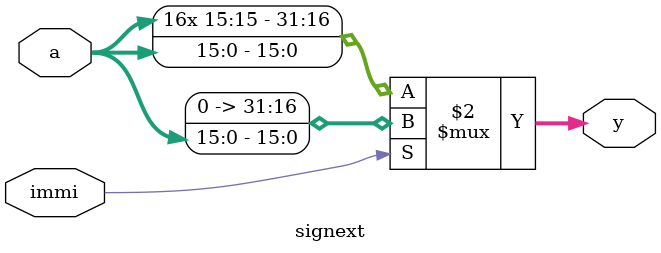
<source format=v>
`timescale 1ns / 1ps


module signext(
	input wire[15:0] a,
	input wire immi,//判断是否为立即数
	output wire[31:0] y
    );

	assign y = (immi ==1)?{{16{1'b0}} ,a}:{{16{a[15]}},a};
	//如果是立即数的话，说明要进行立即数的逻辑运算，需要将16位的立即数符号扩展，高位填0
endmodule

</source>
